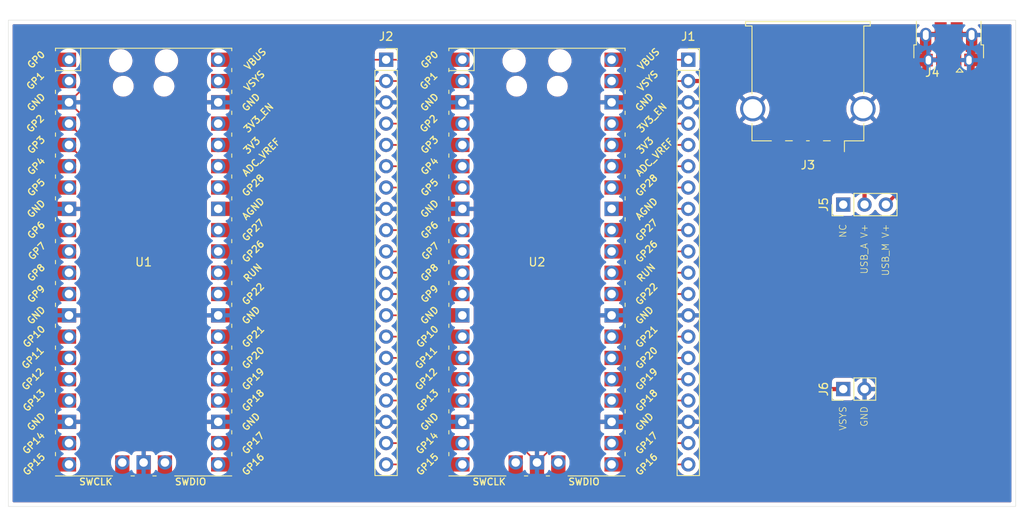
<source format=kicad_pcb>
(kicad_pcb (version 20240108) (generator "pcbnew") (generator_version "8.0")
  (layers (0 "F.Cu" signal) (31 "B.Cu" signal) (34 "B.Paste" user) (35 "F.Paste" user) (36 "B.SilkS" user "B.Silkscreen") (37 "F.SilkS" user "F.Silkscreen") (38 "B.Mask" user) (39 "F.Mask" user) (44 "Edge.Cuts" user))
  (net 0 "")
  (net 32 "Net-(J1-Pin_19)")
  (net 33 "Net-(J1-Pin_5)")
  (net 34 "Net-(J1-Pin_16)")
  (net 35 "Net-(J1-Pin_12)")
  (net 36 "Net-(J1-Pin_8)")
  (net 37 "Net-(J1-Pin_15)")
  (net 38 "Net-(J1-Pin_11)")
  (net 39 "Net-(J1-Pin_6)")
  (net 40 "Net-(J1-Pin_14)")
  (net 41 "Net-(J1-Pin_4)")
  (net 42 "Net-(J1-Pin_1)")
  (net 43 "Net-(J1-Pin_7)")
  (net 44 "Net-(J1-Pin_9)")
  (net 45 "Net-(J1-Pin_20)")
  (net 46 "Net-(J1-Pin_17)")
  (net 47 "Net-(J1-Pin_10)")
  (net 48 "Net-(J2-Pin_19)")
  (net 49 "Net-(J2-Pin_17)")
  (net 50 "Net-(J2-Pin_11)")
  (net 51 "Net-(J2-Pin_7)")
  (net 52 "Net-(J2-Pin_4)")
  (net 53 "Net-(J2-Pin_16)")
  (net 54 "Net-(J2-Pin_10)")
  (net 55 "Net-(J2-Pin_12)")
  (net 56 "Net-(J2-Pin_13)")
  (net 57 "Net-(J2-Pin_20)")
  (net 58 "Net-(J2-Pin_14)")
  (net 59 "Net-(J2-Pin_5)")
  (net 60 "Net-(J2-Pin_6)")
  (net 61 "Net-(J2-Pin_15)")
  (net 62 "Net-(J2-Pin_9)")
  (net 63 "/GPIO1")
  (net 64 "/GPIO0")
  (net 65 "/SWDIO")
  (net 66 "/SWCLK")
  (net 67 "GND")
  (net 69 "/VSYS")
  (net 70 "/D-")
  (net 71 "Net-(J3-VBUS)")
  (net 72 "/D+")
  (net 73 "Net-(J4-VBUS)")
  (footprint "Connector_PinHeader_2.54mm:PinHeader_1x03_P2.54mm_Vertical" (layer "F.Cu") (at 190.46 73 90)
    (property "Reference" "J5" (at 0 -2.33 90) (layer "F.SilkS"))
    (property "Value" "Conn_01x03_Pin")
    (pad "1" thru_hole rect (at 0 0 90) (size 1.7 1.7) (drill 1) (layers "*.Cu" "*.Mask"))
    (pad "2" thru_hole oval (at 0 2.54 90) (size 1.7 1.7) (drill 1) (layers "*.Cu" "*.Mask") (net 71 "Net-(J3-VBUS)"))
    (pad "3" thru_hole oval (at 0 5.08 90) (size 1.7 1.7) (drill 1) (layers "*.Cu" "*.Mask") (net 73 "Net-(J4-VBUS)"))
  )
  (footprint "Connector_USB:USB_Micro-B_Amphenol_10103594-0001LF_Horizontal" (layer "F.Cu") (at 203 53.885 180)
    (property "Reference" "J4" (at 1.925 -3.365 0) (layer "F.SilkS"))
    (property "Value" "USB_B_Micro")
    (pad "1" smd rect (at -1.325 -1.765 270) (size 1.65 0.4) (layers "F.Cu" "F.Paste" "F.Mask") (net 73 "Net-(J4-VBUS)"))
    (pad "2" smd rect (at -0.675 -1.765 270) (size 1.65 0.4) (layers "F.Cu" "F.Paste" "F.Mask") (net 70 "/D-"))
    (pad "3" smd rect (at -0.025 -1.765 270) (size 1.65 0.4) (layers "F.Cu" "F.Paste" "F.Mask") (net 72 "/D+"))
    (pad "4" smd rect (at 0.625 -1.765 270) (size 1.65 0.4) (layers "F.Cu" "F.Paste" "F.Mask"))
    (pad "5" smd rect (at 1.275 -1.765 270) (size 1.65 0.4) (layers "F.Cu" "F.Paste" "F.Mask") (net 67 "GND"))
    (pad "6" smd rect (at -2.975 -0.565 180) (size 1.825 0.7) (layers "F.Cu" "F.Paste" "F.Mask") (net 67 "GND"))
    (pad "6" smd rect (at -2.875 -1.865 180) (size 2 1.5) (layers "F.Cu" "F.Paste" "F.Mask") (net 67 "GND"))
    (pad "6" smd rect (at -2.755 0.185 180) (size 1.35 2) (layers "F.Cu" "F.Paste" "F.Mask") (net 67 "GND"))
    (pad "6" thru_hole oval (at -2.755 1.115 270) (size 1.7 1.35) (drill oval 1.2 0.7) (layers "*.Cu" "*.Mask") (net 67 "GND"))
    (pad "6" thru_hole oval (at -2.445 -1.885 270) (size 1.5 1.1) (drill oval 1.05 0.65) (layers "*.Cu" "*.Mask") (net 67 "GND"))
    (pad "6" smd rect (at -0.985 1.385 270) (size 2.5 1.43) (layers "F.Cu" "F.Paste" "F.Mask") (net 67 "GND"))
    (pad "6" smd rect (at 0.935 1.385 270) (size 2.5 1.43) (layers "F.Cu" "F.Paste" "F.Mask") (net 67 "GND"))
    (pad "6" thru_hole oval (at 2.395 -1.885 270) (size 1.5 1.1) (drill oval 1.05 0.65) (layers "*.Cu" "*.Mask") (net 67 "GND"))
    (pad "6" thru_hole oval (at 2.705 1.115 270) (size 1.7 1.35) (drill oval 1.2 0.7) (layers "*.Cu" "*.Mask") (net 67 "GND"))
    (pad "6" smd rect (at 2.725 0.185 180) (size 1.35 2) (layers "F.Cu" "F.Paste" "F.Mask") (net 67 "GND"))
    (pad "6" smd rect (at 2.875 -1.885 180) (size 2 1.5) (layers "F.Cu" "F.Paste" "F.Mask") (net 67 "GND"))
    (pad "6" smd rect (at 2.975 -0.565 180) (size 1.825 0.7) (layers "F.Cu" "F.Paste" "F.Mask") (net 67 "GND"))
  )
  (footprint "Connector_PinHeader_2.54mm:PinHeader_1x02_P2.54mm_Vertical" (layer "F.Cu") (at 190.46 95 90)
    (property "Reference" "J6" (at 0 -2.33 90) (layer "F.SilkS"))
    (property "Value" "Conn_01x02_Pin")
    (pad "1" thru_hole rect (at 0 0 90) (size 1.7 1.7) (drill 1) (layers "*.Cu" "*.Mask") (net 69 "/VSYS"))
    (pad "2" thru_hole oval (at 0 2.54 90) (size 1.7 1.7) (drill 1) (layers "*.Cu" "*.Mask") (net 67 "GND"))
  )
  (footprint "Connector_USB:USB_A_TE_292303-7_Horizontal" (layer "F.Cu") (at 186.25 58.87 180)
    (property "Reference" "J3" (at 0 -9.42 0) (layer "F.SilkS"))
    (property "Value" "USB_A")
    (pad "1" smd rect (at -3.5 -6.38 180) (size 1.25 3) (layers "F.Cu" "F.Paste" "F.Mask") (net 71 "Net-(J3-VBUS)"))
    (pad "2" smd rect (at -1 -6.38 180) (size 1.25 3) (layers "F.Cu" "F.Paste" "F.Mask") (net 70 "/D-"))
    (pad "3" smd rect (at 1 -6.38 180) (size 1.25 3) (layers "F.Cu" "F.Paste" "F.Mask") (net 72 "/D+"))
    (pad "4" smd rect (at 3.5 -6.38 180) (size 1.25 3) (layers "F.Cu" "F.Paste" "F.Mask") (net 67 "GND"))
    (pad "5" thru_hole circle (at -6.57 -2.7 180) (size 3 3) (drill 2.3) (layers "*.Cu" "*.Mask") (net 67 "GND"))
    (pad "5" thru_hole circle (at 6.57 -2.7 180) (size 3 3) (drill 2.3) (layers "*.Cu" "*.Mask") (net 67 "GND"))
  )
  (footprint "Connector_PinSocket_2.54mm:PinSocket_1x20_P2.54mm_Vertical" (layer "F.Cu") (at 172 55.725)
    (property "Reference" "J1" (at 0 -2.77 0) (layer "F.SilkS"))
    (property "Value" "Conn_01x20")
    (pad "1" thru_hole rect (at 0 0) (size 1.7 1.7) (drill 1) (layers "*.Cu" "*.Mask") (net 42 "Net-(J1-Pin_1)"))
    (pad "2" thru_hole oval (at 0 2.54) (size 1.7 1.7) (drill 1) (layers "*.Cu" "*.Mask") (net 69 "/VSYS"))
    (pad "3" thru_hole oval (at 0 5.08) (size 1.7 1.7) (drill 1) (layers "*.Cu" "*.Mask") (net 67 "GND"))
    (pad "4" thru_hole oval (at 0 7.62) (size 1.7 1.7) (drill 1) (layers "*.Cu" "*.Mask") (net 41 "Net-(J1-Pin_4)"))
    (pad "5" thru_hole oval (at 0 10.16) (size 1.7 1.7) (drill 1) (layers "*.Cu" "*.Mask") (net 33 "Net-(J1-Pin_5)"))
    (pad "6" thru_hole oval (at 0 12.7) (size 1.7 1.7) (drill 1) (layers "*.Cu" "*.Mask") (net 39 "Net-(J1-Pin_6)"))
    (pad "7" thru_hole oval (at 0 15.24) (size 1.7 1.7) (drill 1) (layers "*.Cu" "*.Mask") (net 43 "Net-(J1-Pin_7)"))
    (pad "8" thru_hole oval (at 0 17.78) (size 1.7 1.7) (drill 1) (layers "*.Cu" "*.Mask") (net 36 "Net-(J1-Pin_8)"))
    (pad "9" thru_hole oval (at 0 20.32) (size 1.7 1.7) (drill 1) (layers "*.Cu" "*.Mask") (net 44 "Net-(J1-Pin_9)"))
    (pad "10" thru_hole oval (at 0 22.86) (size 1.7 1.7) (drill 1) (layers "*.Cu" "*.Mask") (net 47 "Net-(J1-Pin_10)"))
    (pad "11" thru_hole oval (at 0 25.4) (size 1.7 1.7) (drill 1) (layers "*.Cu" "*.Mask") (net 38 "Net-(J1-Pin_11)"))
    (pad "12" thru_hole oval (at 0 27.94) (size 1.7 1.7) (drill 1) (layers "*.Cu" "*.Mask") (net 35 "Net-(J1-Pin_12)"))
    (pad "13" thru_hole oval (at 0 30.48) (size 1.7 1.7) (drill 1) (layers "*.Cu" "*.Mask") (net 67 "GND"))
    (pad "14" thru_hole oval (at 0 33.02) (size 1.7 1.7) (drill 1) (layers "*.Cu" "*.Mask") (net 40 "Net-(J1-Pin_14)"))
    (pad "15" thru_hole oval (at 0 35.56) (size 1.7 1.7) (drill 1) (layers "*.Cu" "*.Mask") (net 37 "Net-(J1-Pin_15)"))
    (pad "16" thru_hole oval (at 0 38.1) (size 1.7 1.7) (drill 1) (layers "*.Cu" "*.Mask") (net 34 "Net-(J1-Pin_16)"))
    (pad "17" thru_hole oval (at 0 40.64) (size 1.7 1.7) (drill 1) (layers "*.Cu" "*.Mask") (net 46 "Net-(J1-Pin_17)"))
    (pad "18" thru_hole oval (at 0 43.18) (size 1.7 1.7) (drill 1) (layers "*.Cu" "*.Mask") (net 67 "GND"))
    (pad "19" thru_hole oval (at 0 45.72) (size 1.7 1.7) (drill 1) (layers "*.Cu" "*.Mask") (net 32 "Net-(J1-Pin_19)"))
    (pad "20" thru_hole oval (at 0 48.26) (size 1.7 1.7) (drill 1) (layers "*.Cu" "*.Mask") (net 45 "Net-(J1-Pin_20)"))
  )
  (footprint "MCU_RaspberryPi_and_Boards:RPi_Pico_SMD_TH" (layer "F.Cu") (at 107.11 79.855)
    (property "Reference" "U1" (at 0 0 0) (layer "F.SilkS"))
    (property "Value" "Pico")
    (fp_text user "GP17" (at 13.054 21.59 45) (layer "F.SilkS") (effects (font (size 0.8 0.8))))
    (fp_text user "GP20" (at 13.054 11.43 45) (layer "F.SilkS") (effects (font (size 0.8 0.8))))
    (fp_text user "GND" (at -12.8 6.35 45) (layer "F.SilkS") (effects (font (size 0.8 0.8))))
    (fp_text user "RUN" (at 13 1.27 45) (layer "F.SilkS") (effects (font (size 0.8 0.8))))
    (fp_text user "GP22" (at 13.054 3.81 45) (layer "F.SilkS") (effects (font (size 0.8 0.8))))
    (fp_text user "GP26" (at 13.054 -1.27 45) (layer "F.SilkS") (effects (font (size 0.8 0.8))))
    (fp_text user "GP13" (at -13.054 16.51 45) (layer "F.SilkS") (effects (font (size 0.8 0.8))))
    (fp_text user "GP9" (at -12.8 3.81 45) (layer "F.SilkS") (effects (font (size 0.8 0.8))))
    (fp_text user "GP19" (at 13.054 13.97 45) (layer "F.SilkS") (effects (font (size 0.8 0.8))))
    (fp_text user "GP6" (at -12.8 -3.81 45) (layer "F.SilkS") (effects (font (size 0.8 0.8))))
    (fp_text user "GND" (at -12.8 -6.35 45) (layer "F.SilkS") (effects (font (size 0.8 0.8))))
    (fp_text user "GP12" (at -13.2 13.97 45) (layer "F.SilkS") (effects (font (size 0.8 0.8))))
    (fp_text user "3V3_EN" (at 13.7 -17.2 45) (layer "F.SilkS") (effects (font (size 0.8 0.8))))
    (fp_text user "VBUS" (at 13.3 -24.2 45) (layer "F.SilkS") (effects (font (size 0.8 0.8))))
    (fp_text user "GP5" (at -12.8 -8.89 45) (layer "F.SilkS") (effects (font (size 0.8 0.8))))
    (fp_text user "GP1" (at -12.9 -21.6 45) (layer "F.SilkS") (effects (font (size 0.8 0.8))))
    (fp_text user "GP2" (at -12.9 -16.51 45) (layer "F.SilkS") (effects (font (size 0.8 0.8))))
    (fp_text user "GP11" (at -13.2 11.43 45) (layer "F.SilkS") (effects (font (size 0.8 0.8))))
    (fp_text user "GND" (at 12.8 -19.05 45) (layer "F.SilkS") (effects (font (size 0.8 0.8))))
    (fp_text user "GP21" (at 13.054 8.9 45) (layer "F.SilkS") (effects (font (size 0.8 0.8))))
    (fp_text user "GP16" (at 13.054 24.13 45) (layer "F.SilkS") (effects (font (size 0.8 0.8))))
    (fp_text user "SWCLK" (at -5.7 26.2 0) (layer "F.SilkS") (effects (font (size 0.8 0.8))))
    (fp_text user "GP27" (at 13.054 -3.8 45) (layer "F.SilkS") (effects (font (size 0.8 0.8))))
    (fp_text user "GP4" (at -12.8 -11.43 45) (layer "F.SilkS") (effects (font (size 0.8 0.8))))
    (fp_text user "GND" (at 12.8 6.35 45) (layer "F.SilkS") (effects (font (size 0.8 0.8))))
    (fp_text user "GND" (at -12.8 -19.05 45) (layer "F.SilkS") (effects (font (size 0.8 0.8))))
    (fp_text user "GP3" (at -12.8 -13.97 45) (layer "F.SilkS") (effects (font (size 0.8 0.8))))
    (fp_text user "GP0" (at -12.8 -24.13 45) (layer "F.SilkS") (effects (font (size 0.8 0.8))))
    (fp_text user "GP15" (at -13.054 24.13 45) (layer "F.SilkS") (effects (font (size 0.8 0.8))))
    (fp_text user "AGND" (at 13.054 -6.35 45) (layer "F.SilkS") (effects (font (size 0.8 0.8))))
    (fp_text user "3V3" (at 12.9 -13.9 45) (layer "F.SilkS") (effects (font (size 0.8 0.8))))
    (fp_text user "VSYS" (at 13.2 -21.59 45) (layer "F.SilkS") (effects (font (size 0.8 0.8))))
    (fp_text user "GP18" (at 13.054 16.51 45) (layer "F.SilkS") (effects (font (size 0.8 0.8))))
    (fp_text user "GP14" (at -13.1 21.59 45) (layer "F.SilkS") (effects (font (size 0.8 0.8))))
    (fp_text user "GP28" (at 13.054 -9.144 45) (layer "F.SilkS") (effects (font (size 0.8 0.8))))
    (fp_text user "GP8" (at -12.8 1.27 45) (layer "F.SilkS") (effects (font (size 0.8 0.8))))
    (fp_text user "GP7" (at -12.7 -1.3 45) (layer "F.SilkS") (effects (font (size 0.8 0.8))))
    (fp_text user "GP10" (at -13.054 8.89 45) (layer "F.SilkS") (effects (font (size 0.8 0.8))))
    (fp_text user "GND" (at 12.8 19.05 45) (layer "F.SilkS") (effects (font (size 0.8 0.8))))
    (fp_text user "ADC_VREF" (at 14 -12.5 45) (layer "F.SilkS") (effects (font (size 0.8 0.8))))
    (fp_text user "GND" (at -12.8 19.05 45) (layer "F.SilkS") (effects (font (size 0.8 0.8))))
    (fp_text user "SWDIO" (at 5.6 26.2 0) (layer "F.SilkS") (effects (font (size 0.8 0.8))))
    (pad "" np_thru_hole oval (at -2.725 -24) (size 1.8 1.8) (drill 1.8) (layers "*.Cu" "*.Mask"))
    (pad "" np_thru_hole oval (at -2.425 -20.97) (size 1.5 1.5) (drill 1.5) (layers "*.Cu" "*.Mask"))
    (pad "" np_thru_hole oval (at 2.425 -20.97) (size 1.5 1.5) (drill 1.5) (layers "*.Cu" "*.Mask"))
    (pad "" np_thru_hole oval (at 2.725 -24) (size 1.8 1.8) (drill 1.8) (layers "*.Cu" "*.Mask"))
    (pad "1" thru_hole oval (at -8.89 -24.13) (size 1.7 1.7) (drill 1.02) (layers "*.Cu" "*.Mask"))
    (pad "1" smd rect (at -8.89 -24.13) (size 3.5 1.7) (drill (offset -0.9 0)) (layers "F.Cu" "F.Mask"))
    (pad "2" thru_hole oval (at -8.89 -21.59) (size 1.7 1.7) (drill 1.02) (layers "*.Cu" "*.Mask"))
    (pad "2" smd rect (at -8.89 -21.59) (size 3.5 1.7) (drill (offset -0.9 0)) (layers "F.Cu" "F.Mask"))
    (pad "3" thru_hole rect (at -8.89 -19.05) (size 1.7 1.7) (drill 1.02) (layers "*.Cu" "*.Mask") (net 67 "GND"))
    (pad "3" smd rect (at -8.89 -19.05) (size 3.5 1.7) (drill (offset -0.9 0)) (layers "F.Cu" "F.Mask") (net 67 "GND"))
    (pad "4" thru_hole oval (at -8.89 -16.51) (size 1.7 1.7) (drill 1.02) (layers "*.Cu" "*.Mask") (net 66 "/SWCLK"))
    (pad "4" smd rect (at -8.89 -16.51) (size 3.5 1.7) (drill (offset -0.9 0)) (layers "F.Cu" "F.Mask") (net 66 "/SWCLK"))
    (pad "5" thru_hole oval (at -8.89 -13.97) (size 1.7 1.7) (drill 1.02) (layers "*.Cu" "*.Mask") (net 65 "/SWDIO"))
    (pad "5" smd rect (at -8.89 -13.97) (size 3.5 1.7) (drill (offset -0.9 0)) (layers "F.Cu" "F.Mask") (net 65 "/SWDIO"))
    (pad "6" thru_hole oval (at -8.89 -11.43) (size 1.7 1.7) (drill 1.02) (layers "*.Cu" "*.Mask") (net 63 "/GPIO1"))
    (pad "6" smd rect (at -8.89 -11.43) (size 3.5 1.7) (drill (offset -0.9 0)) (layers "F.Cu" "F.Mask") (net 63 "/GPIO1"))
    (pad "7" thru_hole oval (at -8.89 -8.89) (size 1.7 1.7) (drill 1.02) (layers "*.Cu" "*.Mask") (net 64 "/GPIO0"))
    (pad "7" smd rect (at -8.89 -8.89) (size 3.5 1.7) (drill (offset -0.9 0)) (layers "F.Cu" "F.Mask") (net 64 "/GPIO0"))
    (pad "8" thru_hole rect (at -8.89 -6.35) (size 1.7 1.7) (drill 1.02) (layers "*.Cu" "*.Mask") (net 67 "GND"))
    (pad "8" smd rect (at -8.89 -6.35) (size 3.5 1.7) (drill (offset -0.9 0)) (layers "F.Cu" "F.Mask") (net 67 "GND"))
    (pad "9" thru_hole oval (at -8.89 -3.81) (size 1.7 1.7) (drill 1.02) (layers "*.Cu" "*.Mask"))
    (pad "9" smd rect (at -8.89 -3.81) (size 3.5 1.7) (drill (offset -0.9 0)) (layers "F.Cu" "F.Mask"))
    (pad "10" thru_hole oval (at -8.89 -1.27) (size 1.7 1.7) (drill 1.02) (layers "*.Cu" "*.Mask"))
    (pad "10" smd rect (at -8.89 -1.27) (size 3.5 1.7) (drill (offset -0.9 0)) (layers "F.Cu" "F.Mask"))
    (pad "11" thru_hole oval (at -8.89 1.27) (size 1.7 1.7) (drill 1.02) (layers "*.Cu" "*.Mask"))
    (pad "11" smd rect (at -8.89 1.27) (size 3.5 1.7) (drill (offset -0.9 0)) (layers "F.Cu" "F.Mask"))
    (pad "12" thru_hole oval (at -8.89 3.81) (size 1.7 1.7) (drill 1.02) (layers "*.Cu" "*.Mask"))
    (pad "12" smd rect (at -8.89 3.81) (size 3.5 1.7) (drill (offset -0.9 0)) (layers "F.Cu" "F.Mask"))
    (pad "13" thru_hole rect (at -8.89 6.35) (size 1.7 1.7) (drill 1.02) (layers "*.Cu" "*.Mask") (net 67 "GND"))
    (pad "13" smd rect (at -8.89 6.35) (size 3.5 1.7) (drill (offset -0.9 0)) (layers "F.Cu" "F.Mask") (net 67 "GND"))
    (pad "14" thru_hole oval (at -8.89 8.89) (size 1.7 1.7) (drill 1.02) (layers "*.Cu" "*.Mask"))
    (pad "14" smd rect (at -8.89 8.89) (size 3.5 1.7) (drill (offset -0.9 0)) (layers "F.Cu" "F.Mask"))
    (pad "15" thru_hole oval (at -8.89 11.43) (size 1.7 1.7) (drill 1.02) (layers "*.Cu" "*.Mask"))
    (pad "15" smd rect (at -8.89 11.43) (size 3.5 1.7) (drill (offset -0.9 0)) (layers "F.Cu" "F.Mask"))
    (pad "16" thru_hole oval (at -8.89 13.97) (size 1.7 1.7) (drill 1.02) (layers "*.Cu" "*.Mask"))
    (pad "16" smd rect (at -8.89 13.97) (size 3.5 1.7) (drill (offset -0.9 0)) (layers "F.Cu" "F.Mask"))
    (pad "17" thru_hole oval (at -8.89 16.51) (size 1.7 1.7) (drill 1.02) (layers "*.Cu" "*.Mask"))
    (pad "17" smd rect (at -8.89 16.51) (size 3.5 1.7) (drill (offset -0.9 0)) (layers "F.Cu" "F.Mask"))
    (pad "18" thru_hole rect (at -8.89 19.05) (size 1.7 1.7) (drill 1.02) (layers "*.Cu" "*.Mask") (net 67 "GND"))
    (pad "18" smd rect (at -8.89 19.05) (size 3.5 1.7) (drill (offset -0.9 0)) (layers "F.Cu" "F.Mask") (net 67 "GND"))
    (pad "19" thru_hole oval (at -8.89 21.59) (size 1.7 1.7) (drill 1.02) (layers "*.Cu" "*.Mask"))
    (pad "19" smd rect (at -8.89 21.59) (size 3.5 1.7) (drill (offset -0.9 0)) (layers "F.Cu" "F.Mask"))
    (pad "20" thru_hole oval (at -8.89 24.13) (size 1.7 1.7) (drill 1.02) (layers "*.Cu" "*.Mask"))
    (pad "20" smd rect (at -8.89 24.13) (size 3.5 1.7) (drill (offset -0.9 0)) (layers "F.Cu" "F.Mask"))
    (pad "21" thru_hole oval (at 8.89 24.13) (size 1.7 1.7) (drill 1.02) (layers "*.Cu" "*.Mask"))
    (pad "21" smd rect (at 8.89 24.13) (size 3.5 1.7) (drill (offset 0.9 0)) (layers "F.Cu" "F.Mask"))
    (pad "22" thru_hole oval (at 8.89 21.59) (size 1.7 1.7) (drill 1.02) (layers "*.Cu" "*.Mask"))
    (pad "22" smd rect (at 8.89 21.59) (size 3.5 1.7) (drill (offset 0.9 0)) (layers "F.Cu" "F.Mask"))
    (pad "23" thru_hole rect (at 8.89 19.05) (size 1.7 1.7) (drill 1.02) (layers "*.Cu" "*.Mask") (net 67 "GND"))
    (pad "23" smd rect (at 8.89 19.05) (size 3.5 1.7) (drill (offset 0.9 0)) (layers "F.Cu" "F.Mask") (net 67 "GND"))
    (pad "24" thru_hole oval (at 8.89 16.51) (size 1.7 1.7) (drill 1.02) (layers "*.Cu" "*.Mask"))
    (pad "24" smd rect (at 8.89 16.51) (size 3.5 1.7) (drill (offset 0.9 0)) (layers "F.Cu" "F.Mask"))
    (pad "25" thru_hole oval (at 8.89 13.97) (size 1.7 1.7) (drill 1.02) (layers "*.Cu" "*.Mask"))
    (pad "25" smd rect (at 8.89 13.97) (size 3.5 1.7) (drill (offset 0.9 0)) (layers "F.Cu" "F.Mask"))
    (pad "26" thru_hole oval (at 8.89 11.43) (size 1.7 1.7) (drill 1.02) (layers "*.Cu" "*.Mask"))
    (pad "26" smd rect (at 8.89 11.43) (size 3.5 1.7) (drill (offset 0.9 0)) (layers "F.Cu" "F.Mask"))
    (pad "27" thru_hole oval (at 8.89 8.89) (size 1.7 1.7) (drill 1.02) (layers "*.Cu" "*.Mask"))
    (pad "27" smd rect (at 8.89 8.89) (size 3.5 1.7) (drill (offset 0.9 0)) (layers "F.Cu" "F.Mask"))
    (pad "28" thru_hole rect (at 8.89 6.35) (size 1.7 1.7) (drill 1.02) (layers "*.Cu" "*.Mask") (net 67 "GND"))
    (pad "28" smd rect (at 8.89 6.35) (size 3.5 1.7) (drill (offset 0.9 0)) (layers "F.Cu" "F.Mask") (net 67 "GND"))
    (pad "29" thru_hole oval (at 8.89 3.81) (size 1.7 1.7) (drill 1.02) (layers "*.Cu" "*.Mask"))
    (pad "29" smd rect (at 8.89 3.81) (size 3.5 1.7) (drill (offset 0.9 0)) (layers "F.Cu" "F.Mask"))
    (pad "30" thru_hole oval (at 8.89 1.27) (size 1.7 1.7) (drill 1.02) (layers "*.Cu" "*.Mask"))
    (pad "30" smd rect (at 8.89 1.27) (size 3.5 1.7) (drill (offset 0.9 0)) (layers "F.Cu" "F.Mask"))
    (pad "31" thru_hole oval (at 8.89 -1.27) (size 1.7 1.7) (drill 1.02) (layers "*.Cu" "*.Mask"))
    (pad "31" smd rect (at 8.89 -1.27) (size 3.5 1.7) (drill (offset 0.9 0)) (layers "F.Cu" "F.Mask"))
    (pad "32" thru_hole oval (at 8.89 -3.81) (size 1.7 1.7) (drill 1.02) (layers "*.Cu" "*.Mask"))
    (pad "32" smd rect (at 8.89 -3.81) (size 3.5 1.7) (drill (offset 0.9 0)) (layers "F.Cu" "F.Mask"))
    (pad "33" thru_hole rect (at 8.89 -6.35) (size 1.7 1.7) (drill 1.02) (layers "*.Cu" "*.Mask"))
    (pad "33" smd rect (at 8.89 -6.35) (size 3.5 1.7) (drill (offset 0.9 0)) (layers "F.Cu" "F.Mask"))
    (pad "34" thru_hole oval (at 8.89 -8.89) (size 1.7 1.7) (drill 1.02) (layers "*.Cu" "*.Mask"))
    (pad "34" smd rect (at 8.89 -8.89) (size 3.5 1.7) (drill (offset 0.9 0)) (layers "F.Cu" "F.Mask"))
    (pad "35" thru_hole oval (at 8.89 -11.43) (size 1.7 1.7) (drill 1.02) (layers "*.Cu" "*.Mask"))
    (pad "35" smd rect (at 8.89 -11.43) (size 3.5 1.7) (drill (offset 0.9 0)) (layers "F.Cu" "F.Mask"))
    (pad "36" thru_hole oval (at 8.89 -13.97) (size 1.7 1.7) (drill 1.02) (layers "*.Cu" "*.Mask"))
    (pad "36" smd rect (at 8.89 -13.97) (size 3.5 1.7) (drill (offset 0.9 0)) (layers "F.Cu" "F.Mask"))
    (pad "37" thru_hole oval (at 8.89 -16.51) (size 1.7 1.7) (drill 1.02) (layers "*.Cu" "*.Mask"))
    (pad "37" smd rect (at 8.89 -16.51) (size 3.5 1.7) (drill (offset 0.9 0)) (layers "F.Cu" "F.Mask"))
    (pad "38" thru_hole rect (at 8.89 -19.05) (size 1.7 1.7) (drill 1.02) (layers "*.Cu" "*.Mask") (net 67 "GND"))
    (pad "38" smd rect (at 8.89 -19.05) (size 3.5 1.7) (drill (offset 0.9 0)) (layers "F.Cu" "F.Mask") (net 67 "GND"))
    (pad "39" thru_hole oval (at 8.89 -21.59) (size 1.7 1.7) (drill 1.02) (layers "*.Cu" "*.Mask"))
    (pad "39" smd rect (at 8.89 -21.59) (size 3.5 1.7) (drill (offset 0.9 0)) (layers "F.Cu" "F.Mask"))
    (pad "40" thru_hole oval (at 8.89 -24.13) (size 1.7 1.7) (drill 1.02) (layers "*.Cu" "*.Mask"))
    (pad "40" smd rect (at 8.89 -24.13) (size 3.5 1.7) (drill (offset 0.9 0)) (layers "F.Cu" "F.Mask"))
    (pad "41" thru_hole oval (at -2.54 23.9) (size 1.7 1.7) (drill 1.02) (layers "*.Cu" "*.Mask"))
    (pad "41" smd rect (at -2.54 23.9 90) (size 3.5 1.7) (drill (offset -0.9 0)) (layers "F.Cu" "F.Mask"))
    (pad "42" thru_hole rect (at 0 23.9) (size 1.7 1.7) (drill 1.02) (layers "*.Cu" "*.Mask") (net 67 "GND"))
    (pad "42" smd rect (at 0 23.9 90) (size 3.5 1.7) (drill (offset -0.9 0)) (layers "F.Cu" "F.Mask") (net 67 "GND"))
    (pad "43" thru_hole oval (at 2.54 23.9) (size 1.7 1.7) (drill 1.02) (layers "*.Cu" "*.Mask"))
    (pad "43" smd rect (at 2.54 23.9 90) (size 3.5 1.7) (drill (offset -0.9 0)) (layers "F.Cu" "F.Mask"))
  )
  (footprint "Connector_PinSocket_2.54mm:PinSocket_1x20_P2.54mm_Vertical" (layer "F.Cu") (at 136 55.725)
    (property "Reference" "J2" (at 0 -2.77 0) (layer "F.SilkS"))
    (property "Value" "Conn_01x20")
    (pad "1" thru_hole rect (at 0 0) (size 1.7 1.7) (drill 1) (layers "*.Cu" "*.Mask") (net 64 "/GPIO0"))
    (pad "2" thru_hole oval (at 0 2.54) (size 1.7 1.7) (drill 1) (layers "*.Cu" "*.Mask") (net 63 "/GPIO1"))
    (pad "3" thru_hole oval (at 0 5.08) (size 1.7 1.7) (drill 1) (layers "*.Cu" "*.Mask") (net 67 "GND"))
    (pad "4" thru_hole oval (at 0 7.62) (size 1.7 1.7) (drill 1) (layers "*.Cu" "*.Mask") (net 52 "Net-(J2-Pin_4)"))
    (pad "5" thru_hole oval (at 0 10.16) (size 1.7 1.7) (drill 1) (layers "*.Cu" "*.Mask") (net 59 "Net-(J2-Pin_5)"))
    (pad "6" thru_hole oval (at 0 12.7) (size 1.7 1.7) (drill 1) (layers "*.Cu" "*.Mask") (net 60 "Net-(J2-Pin_6)"))
    (pad "7" thru_hole oval (at 0 15.24) (size 1.7 1.7) (drill 1) (layers "*.Cu" "*.Mask") (net 51 "Net-(J2-Pin_7)"))
    (pad "8" thru_hole oval (at 0 17.78) (size 1.7 1.7) (drill 1) (layers "*.Cu" "*.Mask") (net 67 "GND"))
    (pad "9" thru_hole oval (at 0 20.32) (size 1.7 1.7) (drill 1) (layers "*.Cu" "*.Mask") (net 62 "Net-(J2-Pin_9)"))
    (pad "10" thru_hole oval (at 0 22.86) (size 1.7 1.7) (drill 1) (layers "*.Cu" "*.Mask") (net 54 "Net-(J2-Pin_10)"))
    (pad "11" thru_hole oval (at 0 25.4) (size 1.7 1.7) (drill 1) (layers "*.Cu" "*.Mask") (net 50 "Net-(J2-Pin_11)"))
    (pad "12" thru_hole oval (at 0 27.94) (size 1.7 1.7) (drill 1) (layers "*.Cu" "*.Mask") (net 55 "Net-(J2-Pin_12)"))
    (pad "13" thru_hole oval (at 0 30.48) (size 1.7 1.7) (drill 1) (layers "*.Cu" "*.Mask") (net 56 "Net-(J2-Pin_13)"))
    (pad "14" thru_hole oval (at 0 33.02) (size 1.7 1.7) (drill 1) (layers "*.Cu" "*.Mask") (net 58 "Net-(J2-Pin_14)"))
    (pad "15" thru_hole oval (at 0 35.56) (size 1.7 1.7) (drill 1) (layers "*.Cu" "*.Mask") (net 61 "Net-(J2-Pin_15)"))
    (pad "16" thru_hole oval (at 0 38.1) (size 1.7 1.7) (drill 1) (layers "*.Cu" "*.Mask") (net 53 "Net-(J2-Pin_16)"))
    (pad "17" thru_hole oval (at 0 40.64) (size 1.7 1.7) (drill 1) (layers "*.Cu" "*.Mask") (net 49 "Net-(J2-Pin_17)"))
    (pad "18" thru_hole oval (at 0 43.18) (size 1.7 1.7) (drill 1) (layers "*.Cu" "*.Mask") (net 67 "GND"))
    (pad "19" thru_hole oval (at 0 45.72) (size 1.7 1.7) (drill 1) (layers "*.Cu" "*.Mask") (net 48 "Net-(J2-Pin_19)"))
    (pad "20" thru_hole oval (at 0 48.26) (size 1.7 1.7) (drill 1) (layers "*.Cu" "*.Mask") (net 57 "Net-(J2-Pin_20)"))
  )
  (footprint "MCU_RaspberryPi_and_Boards:RPi_Pico_SMD_TH" (layer "F.Cu") (at 153.975 79.855)
    (property "Reference" "U2" (at 0 0 0) (layer "F.SilkS"))
    (property "Value" "Pico")
    (fp_text user "GP27" (at 13.054 -3.8 45) (layer "F.SilkS") (effects (font (size 0.8 0.8))))
    (fp_text user "GP9" (at -12.8 3.81 45) (layer "F.SilkS") (effects (font (size 0.8 0.8))))
    (fp_text user "GND" (at 12.8 19.05 45) (layer "F.SilkS") (effects (font (size 0.8 0.8))))
    (fp_text user "GP3" (at -12.8 -13.97 45) (layer "F.SilkS") (effects (font (size 0.8 0.8))))
    (fp_text user "VSYS" (at 13.2 -21.59 45) (layer "F.SilkS") (effects (font (size 0.8 0.8))))
    (fp_text user "GND" (at 12.8 6.35 45) (layer "F.SilkS") (effects (font (size 0.8 0.8))))
    (fp_text user "GP20" (at 13.054 11.43 45) (layer "F.SilkS") (effects (font (size 0.8 0.8))))
    (fp_text user "GP12" (at -13.2 13.97 45) (layer "F.SilkS") (effects (font (size 0.8 0.8))))
    (fp_text user "GP11" (at -13.2 11.43 45) (layer "F.SilkS") (effects (font (size 0.8 0.8))))
    (fp_text user "GP28" (at 13.054 -9.144 45) (layer "F.SilkS") (effects (font (size 0.8 0.8))))
    (fp_text user "GP15" (at -13.054 24.13 45) (layer "F.SilkS") (effects (font (size 0.8 0.8))))
    (fp_text user "GP8" (at -12.8 1.27 45) (layer "F.SilkS") (effects (font (size 0.8 0.8))))
    (fp_text user "3V3_EN" (at 13.7 -17.2 45) (layer "F.SilkS") (effects (font (size 0.8 0.8))))
    (fp_text user "GP7" (at -12.7 -1.3 45) (layer "F.SilkS") (effects (font (size 0.8 0.8))))
    (fp_text user "SWDIO" (at 5.6 26.2 0) (layer "F.SilkS") (effects (font (size 0.8 0.8))))
    (fp_text user "GP0" (at -12.8 -24.13 45) (layer "F.SilkS") (effects (font (size 0.8 0.8))))
    (fp_text user "VBUS" (at 13.3 -24.2 45) (layer "F.SilkS") (effects (font (size 0.8 0.8))))
    (fp_text user "GP6" (at -12.8 -3.81 45) (layer "F.SilkS") (effects (font (size 0.8 0.8))))
    (fp_text user "GND" (at 12.8 -19.05 45) (layer "F.SilkS") (effects (font (size 0.8 0.8))))
    (fp_text user "RUN" (at 13 1.27 45) (layer "F.SilkS") (effects (font (size 0.8 0.8))))
    (fp_text user "GP17" (at 13.054 21.59 45) (layer "F.SilkS") (effects (font (size 0.8 0.8))))
    (fp_text user "GP1" (at -12.9 -21.6 45) (layer "F.SilkS") (effects (font (size 0.8 0.8))))
    (fp_text user "GND" (at -12.8 6.35 45) (layer "F.SilkS") (effects (font (size 0.8 0.8))))
    (fp_text user "GP22" (at 13.054 3.81 45) (layer "F.SilkS") (effects (font (size 0.8 0.8))))
    (fp_text user "GND" (at -12.8 19.05 45) (layer "F.SilkS") (effects (font (size 0.8 0.8))))
    (fp_text user "ADC_VREF" (at 14 -12.5 45) (layer "F.SilkS") (effects (font (size 0.8 0.8))))
    (fp_text user "GP4" (at -12.8 -11.43 45) (layer "F.SilkS") (effects (font (size 0.8 0.8))))
    (fp_text user "GP19" (at 13.054 13.97 45) (layer "F.SilkS") (effects (font (size 0.8 0.8))))
    (fp_text user "GP10" (at -13.054 8.89 45) (layer "F.SilkS") (effects (font (size 0.8 0.8))))
    (fp_text user "GND" (at -12.8 -19.05 45) (layer "F.SilkS") (effects (font (size 0.8 0.8))))
    (fp_text user "GP5" (at -12.8 -8.89 45) (layer "F.SilkS") (effects (font (size 0.8 0.8))))
    (fp_text user "GP26" (at 13.054 -1.27 45) (layer "F.SilkS") (effects (font (size 0.8 0.8))))
    (fp_text user "GP2" (at -12.9 -16.51 45) (layer "F.SilkS") (effects (font (size 0.8 0.8))))
    (fp_text user "SWCLK" (at -5.7 26.2 0) (layer "F.SilkS") (effects (font (size 0.8 0.8))))
    (fp_text user "AGND" (at 13.054 -6.35 45) (layer "F.SilkS") (effects (font (size 0.8 0.8))))
    (fp_text user "3V3" (at 12.9 -13.9 45) (layer "F.SilkS") (effects (font (size 0.8 0.8))))
    (fp_text user "GP18" (at 13.054 16.51 45) (layer "F.SilkS") (effects (font (size 0.8 0.8))))
    (fp_text user "GP14" (at -13.1 21.59 45) (layer "F.SilkS") (effects (font (size 0.8 0.8))))
    (fp_text user "GND" (at -12.8 -6.35 45) (layer "F.SilkS") (effects (font (size 0.8 0.8))))
    (fp_text user "GP16" (at 13.054 24.13 45) (layer "F.SilkS") (effects (font (size 0.8 0.8))))
    (fp_text user "GP13" (at -13.054 16.51 45) (layer "F.SilkS") (effects (font (size 0.8 0.8))))
    (fp_text user "GP21" (at 13.054 8.9 45) (layer "F.SilkS") (effects (font (size 0.8 0.8))))
    (pad "" np_thru_hole oval (at -2.725 -24) (size 1.8 1.8) (drill 1.8) (layers "*.Cu" "*.Mask"))
    (pad "" np_thru_hole oval (at -2.425 -20.97) (size 1.5 1.5) (drill 1.5) (layers "*.Cu" "*.Mask"))
    (pad "" np_thru_hole oval (at 2.425 -20.97) (size 1.5 1.5) (drill 1.5) (layers "*.Cu" "*.Mask"))
    (pad "" np_thru_hole oval (at 2.725 -24) (size 1.8 1.8) (drill 1.8) (layers "*.Cu" "*.Mask"))
    (pad "1" thru_hole oval (at -8.89 -24.13) (size 1.7 1.7) (drill 1.02) (layers "*.Cu" "*.Mask") (net 64 "/GPIO0"))
    (pad "1" smd rect (at -8.89 -24.13) (size 3.5 1.7) (drill (offset -0.9 0)) (layers "F.Cu" "F.Mask") (net 64 "/GPIO0"))
    (pad "2" thru_hole oval (at -8.89 -21.59) (size 1.7 1.7) (drill 1.02) (layers "*.Cu" "*.Mask") (net 63 "/GPIO1"))
    (pad "2" smd rect (at -8.89 -21.59) (size 3.5 1.7) (drill (offset -0.9 0)) (layers "F.Cu" "F.Mask") (net 63 "/GPIO1"))
    (pad "3" thru_hole rect (at -8.89 -19.05) (size 1.7 1.7) (drill 1.02) (layers "*.Cu" "*.Mask") (net 67 "GND"))
    (pad "3" smd rect (at -8.89 -19.05) (size 3.5 1.7) (drill (offset -0.9 0)) (layers "F.Cu" "F.Mask") (net 67 "GND"))
    (pad "4" thru_hole oval (at -8.89 -16.51) (size 1.7 1.7) (drill 1.02) (layers "*.Cu" "*.Mask") (net 52 "Net-(J2-Pin_4)"))
    (pad "4" smd rect (at -8.89 -16.51) (size 3.5 1.7) (drill (offset -0.9 0)) (layers "F.Cu" "F.Mask") (net 52 "Net-(J2-Pin_4)"))
    (pad "5" thru_hole oval (at -8.89 -13.97) (size 1.7 1.7) (drill 1.02) (layers "*.Cu" "*.Mask") (net 59 "Net-(J2-Pin_5)"))
    (pad "5" smd rect (at -8.89 -13.97) (size 3.5 1.7) (drill (offset -0.9 0)) (layers "F.Cu" "F.Mask") (net 59 "Net-(J2-Pin_5)"))
    (pad "6" thru_hole oval (at -8.89 -11.43) (size 1.7 1.7) (drill 1.02) (layers "*.Cu" "*.Mask") (net 60 "Net-(J2-Pin_6)"))
    (pad "6" smd rect (at -8.89 -11.43) (size 3.5 1.7) (drill (offset -0.9 0)) (layers "F.Cu" "F.Mask") (net 60 "Net-(J2-Pin_6)"))
    (pad "7" thru_hole oval (at -8.89 -8.89) (size 1.7 1.7) (drill 1.02) (layers "*.Cu" "*.Mask") (net 51 "Net-(J2-Pin_7)"))
    (pad "7" smd rect (at -8.89 -8.89) (size 3.5 1.7) (drill (offset -0.9 0)) (layers "F.Cu" "F.Mask") (net 51 "Net-(J2-Pin_7)"))
    (pad "8" thru_hole rect (at -8.89 -6.35) (size 1.7 1.7) (drill 1.02) (layers "*.Cu" "*.Mask") (net 67 "GND"))
    (pad "8" smd rect (at -8.89 -6.35) (size 3.5 1.7) (drill (offset -0.9 0)) (layers "F.Cu" "F.Mask") (net 67 "GND"))
    (pad "9" thru_hole oval (at -8.89 -3.81) (size 1.7 1.7) (drill 1.02) (layers "*.Cu" "*.Mask") (net 62 "Net-(J2-Pin_9)"))
    (pad "9" smd rect (at -8.89 -3.81) (size 3.5 1.7) (drill (offset -0.9 0)) (layers "F.Cu" "F.Mask") (net 62 "Net-(J2-Pin_9)"))
    (pad "10" thru_hole oval (at -8.89 -1.27) (size 1.7 1.7) (drill 1.02) (layers "*.Cu" "*.Mask") (net 54 "Net-(J2-Pin_10)"))
    (pad "10" smd rect (at -8.89 -1.27) (size 3.5 1.7) (drill (offset -0.9 0)) (layers "F.Cu" "F.Mask") (net 54 "Net-(J2-Pin_10)"))
    (pad "11" thru_hole oval (at -8.89 1.27) (size 1.7 1.7) (drill 1.02) (layers "*.Cu" "*.Mask") (net 50 "Net-(J2-Pin_11)"))
    (pad "11" smd rect (at -8.89 1.27) (size 3.5 1.7) (drill (offset -0.9 0)) (layers "F.Cu" "F.Mask") (net 50 "Net-(J2-Pin_11)"))
    (pad "12" thru_hole oval (at -8.89 3.81) (size 1.7 1.7) (drill 1.02) (layers "*.Cu" "*.Mask") (net 55 "Net-(J2-Pin_12)"))
    (pad "12" smd rect (at -8.89 3.81) (size 3.5 1.7) (drill (offset -0.9 0)) (layers "F.Cu" "F.Mask") (net 55 "Net-(J2-Pin_12)"))
    (pad "13" thru_hole rect (at -8.89 6.35) (size 1.7 1.7) (drill 1.02) (layers "*.Cu" "*.Mask") (net 56 "Net-(J2-Pin_13)"))
    (pad "13" smd rect (at -8.89 6.35) (size 3.5 1.7) (drill (offset -0.9 0)) (layers "F.Cu" "F.Mask") (net 56 "Net-(J2-Pin_13)"))
    (pad "14" thru_hole oval (at -8.89 8.89) (size 1.7 1.7) (drill 1.02) (layers "*.Cu" "*.Mask") (net 58 "Net-(J2-Pin_14)"))
    (pad "14" smd rect (at -8.89 8.89) (size 3.5 1.7) (drill (offset -0.9 0)) (layers "F.Cu" "F.Mask") (net 58 "Net-(J2-Pin_14)"))
    (pad "15" thru_hole oval (at -8.89 11.43) (size 1.7 1.7) (drill 1.02) (layers "*.Cu" "*.Mask") (net 61 "Net-(J2-Pin_15)"))
    (pad "15" smd rect (at -8.89 11.43) (size 3.5 1.7) (drill (offset -0.9 0)) (layers "F.Cu" "F.Mask") (net 61 "Net-(J2-Pin_15)"))
    (pad "16" thru_hole oval (at -8.89 13.97) (size 1.7 1.7) (drill 1.02) (layers "*.Cu" "*.Mask") (net 53 "Net-(J2-Pin_16)"))
    (pad "16" smd rect (at -8.89 13.97) (size 3.5 1.7) (drill (offset -0.9 0)) (layers "F.Cu" "F.Mask") (net 53 "Net-(J2-Pin_16)"))
    (pad "17" thru_hole oval (at -8.89 16.51) (size 1.7 1.7) (drill 1.02) (layers "*.Cu" "*.Mask") (net 49 "Net-(J2-Pin_17)"))
    (pad "17" smd rect (at -8.89 16.51) (size 3.5 1.7) (drill (offset -0.9 0)) (layers "F.Cu" "F.Mask") (net 49 "Net-(J2-Pin_17)"))
    (pad "18" thru_hole rect (at -8.89 19.05) (size 1.7 1.7) (drill 1.02) (layers "*.Cu" "*.Mask") (net 67 "GND"))
    (pad "18" smd rect (at -8.89 19.05) (size 3.5 1.7) (drill (offset -0.9 0)) (layers "F.Cu" "F.Mask") (net 67 "GND"))
    (pad "19" thru_hole oval (at -8.89 21.59) (size 1.7 1.7) (drill 1.02) (layers "*.Cu" "*.Mask") (net 48 "Net-(J2-Pin_19)"))
    (pad "19" smd rect (at -8.89 21.59) (size 3.5 1.7) (drill (offset -0.9 0)) (layers "F.Cu" "F.Mask") (net 48 "Net-(J2-Pin_19)"))
    (pad "20" thru_hole oval (at -8.89 24.13) (size 1.7 1.7) (drill 1.02) (layers "*.Cu" "*.Mask") (net 57 "Net-(J2-Pin_20)"))
    (pad "20" smd rect (at -8.89 24.13) (size 3.5 1.7) (drill (offset -0.9 0)) (layers "F.Cu" "F.Mask") (net 57 "Net-(J2-Pin_20)"))
    (pad "21" thru_hole oval (at 8.89 24.13) (size 1.7 1.7) (drill 1.02) (layers "*.Cu" "*.Mask") (net 45 "Net-(J1-Pin_20)"))
    (pad "21" smd rect (at 8.89 24.13) (size 3.5 1.7) (drill (offset 0.9 0)) (layers "F.Cu" "F.Mask") (net 45 "Net-(J1-Pin_20)"))
    (pad "22" thru_hole oval (at 8.89 21.59) (size 1.7 1.7) (drill 1.02) (layers "*.Cu" "*.Mask") (net 32 "Net-(J1-Pin_19)"))
    (pad "22" smd rect (at 8.89 21.59) (size 3.5 1.7) (drill (offset 0.9 0)) (layers "F.Cu" "F.Mask") (net 32 "Net-(J1-Pin_19)"))
    (pad "23" thru_hole rect (at 8.89 19.05) (size 1.7 1.7) (drill 1.02) (layers "*.Cu" "*.Mask") (net 67 "GND"))
    (pad "23" smd rect (at 8.89 19.05) (size 3.5 1.7) (drill (offset 0.9 0)) (layers "F.Cu" "F.Mask") (net 67 "GND"))
    (pad "24" thru_hole oval (at 8.89 16.51) (size 1.7 1.7) (drill 1.02) (layers "*.Cu" "*.Mask") (net 46 "Net-(J1-Pin_17)"))
    (pad "24" smd rect (at 8.89 16.51) (size 3.5 1.7) (drill (offset 0.9 0)) (layers "F.Cu" "F.Mask") (net 46 "Net-(J1-Pin_17)"))
    (pad "25" thru_hole oval (at 8.89 13.97) (size 1.7 1.7) (drill 1.02) (layers "*.Cu" "*.Mask") (net 34 "Net-(J1-Pin_16)"))
    (pad "25" smd rect (at 8.89 13.97) (size 3.5 1.7) (drill (offset 0.9 0)) (layers "F.Cu" "F.Mask") (net 34 "Net-(J1-Pin_16)"))
    (pad "26" thru_hole oval (at 8.89 11.43) (size 1.7 1.7) (drill 1.02) (layers "*.Cu" "*.Mask") (net 37 "Net-(J1-Pin_15)"))
    (pad "26" smd rect (at 8.89 11.43) (size 3.5 1.7) (drill (offset 0.9 0)) (layers "F.Cu" "F.Mask") (net 37 "Net-(J1-Pin_15)"))
    (pad "27" thru_hole oval (at 8.89 8.89) (size 1.7 1.7) (drill 1.02) (layers "*.Cu" "*.Mask") (net 40 "Net-(J1-Pin_14)"))
    (pad "27" smd rect (at 8.89 8.89) (size 3.5 1.7) (drill (offset 0.9 0)) (layers "F.Cu" "F.Mask") (net 40 "Net-(J1-Pin_14)"))
    (pad "28" thru_hole rect (at 8.89 6.35) (size 1.7 1.7) (drill 1.02) (layers "*.Cu" "*.Mask") (net 67 "GND"))
    (pad "28" smd rect (at 8.89 6.35) (size 3.5 1.7) (drill (offset 0.9 0)) (layers "F.Cu" "F.Mask") (net 67 "GND"))
    (pad "29" thru_hole oval (at 8.89 3.81) (size 1.7 1.7) (drill 1.02) (layers "*.Cu" "*.Mask") (net 35 "Net-(J1-Pin_12)"))
    (pad "29" smd rect (at 8.89 3.81) (size 3.5 1.7) (drill (offset 0.9 0)) (layers "F.Cu" "F.Mask") (net 35 "Net-(J1-Pin_12)"))
    (pad "30" thru_hole oval (at 8.89 1.27) (size 1.7 1.7) (drill 1.02) (layers "*.Cu" "*.Mask") (net 38 "Net-(J1-Pin_11)"))
    (pad "30" smd rect (at 8.89 1.27) (size 3.5 1.7) (drill (offset 0.9 0)) (layers "F.Cu" "F.Mask") (net 38 "Net-(J1-Pin_11)"))
    (pad "31" thru_hole oval (at 8.89 -1.27) (size 1.7 1.7) (drill 1.02) (layers "*.Cu" "*.Mask") (net 47 "Net-(J1-Pin_10)"))
    (pad "31" smd rect (at 8.89 -1.27) (size 3.5 1.7) (drill (offset 0.9 0)) (layers "F.Cu" "F.Mask") (net 47 "Net-(J1-Pin_10)"))
    (pad "32" thru_hole oval (at 8.89 -3.81) (size 1.7 1.7) (drill 1.02) (layers "*.Cu" "*.Mask") (net 44 "Net-(J1-Pin_9)"))
    (pad "32" smd rect (at 8.89 -3.81) (size 3.5 1.7) (drill (offset 0.9 0)) (layers "F.Cu" "F.Mask") (net 44 "Net-(J1-Pin_9)"))
    (pad "33" thru_hole rect (at 8.89 -6.35) (size 1.7 1.7) (drill 1.02) (layers "*.Cu" "*.Mask") (net 36 "Net-(J1-Pin_8)"))
    (pad "33" smd rect (at 8.89 -6.35) (size 3.5 1.7) (drill (offset 0.9 0)) (layers "F.Cu" "F.Mask") (net 36 "Net-(J1-Pin_8)"))
    (pad "34" thru_hole oval (at 8.89 -8.89) (size 1.7 1.7) (drill 1.02) (layers "*.Cu" "*.Mask") (net 43 "Net-(J1-Pin_7)"))
    (pad "34" smd rect (at 8.89 -8.89) (size 3.5 1.7) (drill (offset 0.9 0)) (layers "F.Cu" "F.Mask") (net 43 "Net-(J1-Pin_7)"))
    (pad "35" thru_hole oval (at 8.89 -11.43) (size 1.7 1.7) (drill 1.02) (layers "*.Cu" "*.Mask") (net 39 "Net-(J1-Pin_6)"))
    (pad "35" smd rect (at 8.89 -11.43) (size 3.5 1.7) (drill (offset 0.9 0)) (layers "F.Cu" "F.Mask") (net 39 "Net-(J1-Pin_6)"))
    (pad "36" thru_hole oval (at 8.89 -13.97) (size 1.7 1.7) (drill 1.02) (layers "*.Cu" "*.Mask") (net 33 "Net-(J1-Pin_5)"))
    (pad "36" smd rect (at 8.89 -13.97) (size 3.5 1.7) (drill (offset 0.9 0)) (layers "F.Cu" "F.Mask") (net 33 "Net-(J1-Pin_5)"))
    (pad "37" thru_hole oval (at 8.89 -16.51) (size 1.7 1.7) (drill 1.02) (layers "*.Cu" "*.Mask") (net 41 "Net-(J1-Pin_4)"))
    (pad "37" smd rect (at 8.89 -16.51) (size 3.5 1.7) (drill (offset 0.9 0)) (layers "F.Cu" "F.Mask") (net 41 "Net-(J1-Pin_4)"))
    (pad "38" thru_hole rect (at 8.89 -19.05) (size 1.7 1.7) (drill 1.02) (layers "*.Cu" "*.Mask") (net 67 "GND"))
    (pad "38" smd rect (at 8.89 -19.05) (size 3.5 1.7) (drill (offset 0.9 0)) (layers "F.Cu" "F.Mask") (net 67 "GND"))
    (pad "39" thru_hole oval (at 8.89 -21.59) (size 1.7 1.7) (drill 1.02) (layers "*.Cu" "*.Mask") (net 69 "/VSYS"))
    (pad "39" smd rect (at 8.89 -21.59) (size 3.5 1.7) (drill (offset 0.9 0)) (layers "F.Cu" "F.Mask") (net 69 "/VSYS"))
    (pad "40" thru_hole oval (at 8.89 -24.13) (size 1.7 1.7) (drill 1.02) (layers "*.Cu" "*.Mask") (net 42 "Net-(J1-Pin_1)"))
    (pad "40" smd rect (at 8.89 -24.13) (size 3.5 1.7) (drill (offset 0.9 0)) (layers "F.Cu" "F.Mask") (net 42 "Net-(J1-Pin_1)"))
    (pad "41" thru_hole oval (at -2.54 23.9) (size 1.7 1.7) (drill 1.02) (layers "*.Cu" "*.Mask") (net 66 "/SWCLK"))
    (pad "41" smd rect (at -2.54 23.9 90) (size 3.5 1.7) (drill (offset -0.9 0)) (layers "F.Cu" "F.Mask") (net 66 "/SWCLK"))
    (pad "42" thru_hole rect (at 0 23.9) (size 1.7 1.7) (drill 1.02) (layers "*.Cu" "*.Mask") (net 67 "GND"))
    (pad "42" smd rect (at 0 23.9 90) (size 3.5 1.7) (drill (offset -0.9 0)) (layers "F.Cu" "F.Mask") (net 67 "GND"))
    (pad "43" thru_hole oval (at 2.54 23.9) (size 1.7 1.7) (drill 1.02) (layers "*.Cu" "*.Mask") (net 65 "/SWDIO"))
    (pad "43" smd rect (at 2.54 23.9 90) (size 3.5 1.7) (drill (offset -0.9 0)) (layers "F.Cu" "F.Mask") (net 65 "/SWDIO"))
  )
  (gr_rect (start 91 51) (end 211 109) (stroke (width 0.05)) (fill none) (layer "Edge.Cuts"))
  (gr_text "VSYS" (at 190.8916 100 90) (layer "F.SilkS") (effects (font (size 0.8 0.8) (thickness 0.08)) (justify left bottom)))
  (gr_text "NC" (at 190.8916 77 90) (layer "F.SilkS") (effects (font (size 0.8 0.8) (thickness 0.08)) (justify left bottom)))
  (gr_text "USB_M V+" (at 195.9716 81.571429 90) (layer "F.SilkS") (effects (font (size 0.8 0.8) (thickness 0.08)) (justify left bottom)))
  (gr_text "GND" (at 193.4316 99.542857 90) (layer "F.SilkS") (effects (font (size 0.8 0.8) (thickness 0.08)) (justify left bottom)))
  (gr_text "USB_A V+" (at 193.4316 81.342857 90) (layer "F.SilkS") (effects (font (size 0.8 0.8) (thickness 0.08)) (justify left bottom)))
  (segment (start 162.865 101.445) (end 172 101.445) (width 0.2) (layer "F.Cu") (net 32))
  (segment (start 162.865 65.885) (end 172 65.885) (width 0.2) (layer "F.Cu") (net 33))
  (segment (start 162.865 93.825) (end 172 93.825) (width 0.2) (layer "F.Cu") (net 34))
  (segment (start 162.865 83.665) (end 172 83.665) (width 0.2) (layer "F.Cu") (net 35))
  (segment (start 162.865 73.505) (end 172 73.505) (width 0.2) (layer "F.Cu") (net 36))
  (segment (start 162.865 91.285) (end 172 91.285) (width 0.2) (layer "F.Cu") (net 37))
  (segment (start 162.865 81.125) (end 172 81.125) (width 0.2) (layer "F.Cu") (net 38))
  (segment (start 162.865 68.425) (end 172 68.425) (width 0.2) (layer "F.Cu") (net 39))
  (segment (start 162.865 88.745) (end 172 88.745) (width 0.2) (layer "F.Cu") (net 40))
  (segment (start 162.865 63.345) (end 172 63.345) (width 0.2) (layer "F.Cu") (net 41))
  (segment (start 162.865 55.725) (end 172 55.725) (width 0.2) (layer "F.Cu") (net 42))
  (segment (start 162.865 70.965) (end 172 70.965) (width 0.2) (layer "F.Cu") (net 43))
  (segment (start 162.865 76.045) (end 172 76.045) (width 0.2) (layer "F.Cu") (net 44))
  (segment (start 162.865 103.985) (end 172 103.985) (width 0.2) (layer "F.Cu") (net 45))
  (segment (start 162.865 96.365) (end 172 96.365) (width 0.2) (layer "F.Cu") (net 46))
  (segment (start 162.865 78.585) (end 172 78.585) (width 0.2) (layer "F.Cu") (net 47))
  (segment (start 136 101.445) (end 145.085 101.445) (width 0.2) (layer "F.Cu") (net 48))
  (segment (start 136 96.365) (end 145.085 96.365) (width 0.2) (layer "F.Cu") (net 49))
  (segment (start 136 81.125) (end 145.085 81.125) (width 0.2) (layer "F.Cu") (net 50))
  (segment (start 136 70.965) (end 145.085 70.965) (width 0.2) (layer "F.Cu") (net 51))
  (segment (start 136 63.345) (end 145.085 63.345) (width 0.2) (layer "F.Cu") (net 52))
  (segment (start 136 93.825) (end 145.085 93.825) (width 0.2) (layer "F.Cu") (net 53))
  (segment (start 136 78.585) (end 145.085 78.585) (width 0.2) (layer "F.Cu") (net 54))
  (segment (start 136 83.665) (end 145.085 83.665) (width 0.2) (layer "F.Cu") (net 55))
  (segment (start 136 86.205) (end 145.085 86.205) (width 0.2) (layer "F.Cu") (net 56))
  (segment (start 136 103.985) (end 145.085 103.985) (width 0.2) (layer "F.Cu") (net 57))
  (segment (start 136 88.745) (end 145.085 88.745) (width 0.2) (layer "F.Cu") (net 58))
  (segment (start 136 65.885) (end 145.085 65.885) (width 0.2) (layer "F.Cu") (net 59))
  (segment (start 136 68.425) (end 145.085 68.425) (width 0.2) (layer "F.Cu") (net 60))
  (segment (start 136 91.285) (end 145.085 91.285) (width 0.2) (layer "F.Cu") (net 61))
  (segment (start 136 76.045) (end 145.085 76.045) (width 0.2) (layer "F.Cu") (net 62))
  (segment (start 136 58.265) (end 145.085 58.265) (width 0.2) (layer "F.Cu") (net 63))
  (segment (start 126.4 53.4) (end 95.165686 53.4) (width 0.2) (layer "F.Cu") (net 63))
  (segment (start 131.265 58.265) (end 126.4 53.4) (width 0.2) (layer "F.Cu") (net 63))
  (segment (start 136 58.265) (end 131.265 58.265) (width 0.2) (layer "F.Cu") (net 63))
  (segment (start 95.425 68.425) (end 98.22 68.425) (width 0.2) (layer "F.Cu") (net 63))
  (segment (start 94.4 54.165686) (end 94.4 67.4) (width 0.2) (layer "F.Cu") (net 63))
  (segment (start 95.165686 53.4) (end 94.4 54.165686) (width 0.2) (layer "F.Cu") (net 63))
  (segment (start 94.4 67.4) (end 95.425 68.425) (width 0.2) (layer "F.Cu") (net 63))
  (segment (start 136 55.725) (end 145.085 55.725) (width 0.2) (layer "F.Cu") (net 64))
  (segment (start 94 54) (end 94 70) (width 0.2) (layer "F.Cu") (net 64))
  (segment (start 129.290686 55.725) (end 126.565686 53) (width 0.2) (layer "F.Cu") (net 64))
  (segment (start 95 53) (end 94 54) (width 0.2) (layer "F.Cu") (net 64))
  (segment (start 126.565686 53) (end 95 53) (width 0.2) (layer "F.Cu") (net 64))
  (segment (start 94 70) (end 94.965 70.965) (width 0.2) (layer "F.Cu") (net 64))
  (segment (start 94.965 70.965) (end 98.22 70.965) (width 0.2) (layer "F.Cu") (net 64))
  (segment (start 136 55.725) (end 129.290686 55.725) (width 0.2) (layer "F.Cu") (net 64))
  (segment (start 113.6 81.265) (end 113.6 105.165686) (width 0.2) (layer "F.Cu") (net 65))
  (segment (start 155.6 107.4) (end 156.515 106.485) (width 0.2) (layer "F.Cu") (net 65))
  (segment (start 115.834314 107.4) (end 155.6 107.4) (width 0.2) (layer "F.Cu") (net 65))
  (segment (start 113.6 105.165686) (end 115.834314 107.4) (width 0.2) (layer "F.Cu") (net 65))
  (segment (start 98.22 65.885) (end 113.6 81.265) (width 0.2) (layer "F.Cu") (net 65))
  (segment (start 156.515 106.485) (end 156.515 103.755) (width 0.2) (layer "F.Cu") (net 65))
  (segment (start 151.435 106.565) (end 151.435 103.755) (width 0.2) (layer "F.Cu") (net 66))
  (segment (start 151 107) (end 151.435 106.565) (width 0.2) (layer "F.Cu") (net 66))
  (segment (start 114 105) (end 116 107) (width 0.2) (layer "F.Cu") (net 66))
  (segment (start 114 79.125) (end 114 105) (width 0.2) (layer "F.Cu") (net 66))
  (segment (start 116 107) (end 151 107) (width 0.2) (layer "F.Cu") (net 66))
  (segment (start 98.22 63.345) (end 114 79.125) (width 0.2) (layer "F.Cu") (net 66))
  (segment (start 162.865 98.905) (end 172 98.905) (width 0.2) (layer "F.Cu") (net 67))
  (segment (start 155.25 102.48) (end 155.25 101.75) (width 0.2) (layer "F.Cu") (net 67))
  (segment (start 205.485 52.5) (end 205.755 52.77) (width 0.2) (layer "F.Cu") (net 67))
  (segment (start 201.605 55.77) (end 201.725 55.65) (width 0.2) (layer "F.Cu") (net 67))
  (segment (start 162.865 86.205) (end 172 86.205) (width 0.2) (layer "F.Cu") (net 67))
  (segment (start 153.975 103.755) (end 155.25 102.48) (width 0.2) (layer "F.Cu") (net 67))
  (segment (start 136 98.905) (end 145.085 98.905) (width 0.2) (layer "F.Cu") (net 67))
  (segment (start 200.565 52.5) (end 200.295 52.77) (width 0.2) (layer "F.Cu") (net 67))
  (segment (start 153.975 103.755) (end 152.75 102.53) (width 0.2) (layer "F.Cu") (net 67))
  (segment (start 202.065 52.5) (end 203.985 52.5) (width 0.2) (layer "F.Cu") (net 67))
  (segment (start 201.725 57.025) (end 201.5 57.25) (width 0.2) (layer "F.Cu") (net 67))
  (segment (start 98.22 60.805) (end 99.415 62) (width 0.2) (layer "F.Cu") (net 67))
  (segment (start 99.415 62) (end 100 62) (width 0.2) (layer "F.Cu") (net 67))
  (segment (start 203.985 52.5) (end 205.485 52.5) (width 0.2) (layer "F.Cu") (net 67))
  (segment (start 152.75 102.53) (end 152.75 101.75) (width 0.2) (layer "F.Cu") (net 67))
  (segment (start 201.725 55.65) (end 201.725 57.025) (width 0.2) (layer "F.Cu") (net 67))
  (segment (start 200.605 55.77) (end 201.605 55.77) (width 0.2) (layer "F.Cu") (net 67))
  (segment (start 162.865 60.805) (end 172 60.805) (width 0.2) (layer "F.Cu") (net 67))
  (segment (start 136 73.505) (end 145.085 73.505) (width 0.2) (layer "F.Cu") (net 67))
  (segment (start 136 60.805) (end 145.085 60.805) (width 0.2) (layer "F.Cu") (net 67))
  (segment (start 98.22 60.805) (end 99.525 59.5) (width 0.2) (layer "F.Cu") (net 67))
  (segment (start 99.525 59.5) (end 100 59.5) (width 0.2) (layer "F.Cu") (net 67))
  (segment (start 202.065 52.5) (end 200.565 52.5) (width 0.2) (layer "F.Cu") (net 67))
  (segment (start 176 60) (end 176 91) (width 0.5) (layer "F.Cu") (net 69))
  (segment (start 174.265 58.265) (end 176 60) (width 0.5) (layer "F.Cu") (net 69))
  (segment (start 180 95) (end 190.46 95) (width 0.5) (layer "F.Cu") (net 69))
  (segment (start 172.1 58.265) (end 174.265 58.265) (width 0.5) (layer "F.Cu") (net 69))
  (segment (start 176 91) (end 180 95) (width 0.5) (layer "F.Cu") (net 69))
  (segment (start 162.865 58.265) (end 172 58.265) (width 0.2) (layer "F.Cu") (net 69))
  (segment (start 187.25 65.25) (end 187.25 61.75) (width 0.2) (layer "F.Cu") (net 70))
  (segment (start 190 59) (end 202.075 59) (width 0.2) (layer "F.Cu") (net 70))
  (segment (start 203.675 57.4) (end 203.675 55.65) (width 0.2) (layer "F.Cu") (net 70))
  (segment (start 202.075 59) (end 203.675 57.4) (width 0.2) (layer "F.Cu") (net 70))
  (segment (start 187.25 61.75) (end 190 59) (width 0.2) (layer "F.Cu") (net 70))
  (segment (start 189.75 67.75) (end 193 71) (width 0.5) (layer "F.Cu") (net 71))
  (segment (start 193 71) (end 193 73) (width 0.5) (layer "F.Cu") (net 71))
  (segment (start 189.75 65.25) (end 189.75 67.75) (width 0.5) (layer "F.Cu") (net 71))
  (segment (start 187.4 58.6) (end 201.909314 58.6) (width 0.2) (layer "F.Cu") (net 72))
  (segment (start 203.025 57.484314) (end 203.025 55.65) (width 0.2) (layer "F.Cu") (net 72))
  (segment (start 201.909314 58.6) (end 203.025 57.484314) (width 0.2) (layer "F.Cu") (net 72))
  (segment (start 185.25 65.25) (end 185.25 60.75) (width 0.2) (layer "F.Cu") (net 72))
  (segment (start 185.25 60.75) (end 187.4 58.6) (width 0.2) (layer "F.Cu") (net 72))
  (segment (start 204.325 64.215) (end 195.54 73) (width 0.4) (layer "F.Cu") (net 73))
  (segment (start 204.325 55.65) (end 204.325 64.215) (width 0.4) (layer "F.Cu") (net 73))
  (zone (net 67) (net_name "GND") (layer "F.Cu") (priority 1) (connect_pads (clearance 0.5)) (min_thickness 0.25) (fill yes (thermal_gap 0.5) (thermal_bridge_width 0.5))
    (polygon (pts (xy 90 50) (xy 212 50) (xy 212 110) (xy 90 110)))
  )
  (zone (net 67) (net_name "GND") (layer "B.Cu") (connect_pads (clearance 0.5)) (min_thickness 0.25) (fill yes (thermal_gap 0.5) (thermal_bridge_width 0.5))
    (polygon (pts (xy 90 50) (xy 212 50) (xy 212 110) (xy 90 110)))
  )
)
</source>
